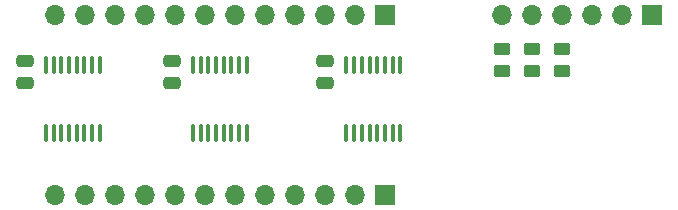
<source format=gbr>
%TF.GenerationSoftware,KiCad,Pcbnew,(6.0.0-0)*%
%TF.CreationDate,2022-07-05T21:18:16-04:00*%
%TF.ProjectId,VGA,5647412e-6b69-4636-9164-5f7063625858,rev?*%
%TF.SameCoordinates,Original*%
%TF.FileFunction,Soldermask,Top*%
%TF.FilePolarity,Negative*%
%FSLAX46Y46*%
G04 Gerber Fmt 4.6, Leading zero omitted, Abs format (unit mm)*
G04 Created by KiCad (PCBNEW (6.0.0-0)) date 2022-07-05 21:18:16*
%MOMM*%
%LPD*%
G01*
G04 APERTURE LIST*
G04 Aperture macros list*
%AMRoundRect*
0 Rectangle with rounded corners*
0 $1 Rounding radius*
0 $2 $3 $4 $5 $6 $7 $8 $9 X,Y pos of 4 corners*
0 Add a 4 corners polygon primitive as box body*
4,1,4,$2,$3,$4,$5,$6,$7,$8,$9,$2,$3,0*
0 Add four circle primitives for the rounded corners*
1,1,$1+$1,$2,$3*
1,1,$1+$1,$4,$5*
1,1,$1+$1,$6,$7*
1,1,$1+$1,$8,$9*
0 Add four rect primitives between the rounded corners*
20,1,$1+$1,$2,$3,$4,$5,0*
20,1,$1+$1,$4,$5,$6,$7,0*
20,1,$1+$1,$6,$7,$8,$9,0*
20,1,$1+$1,$8,$9,$2,$3,0*%
G04 Aperture macros list end*
%ADD10RoundRect,0.250000X-0.475000X0.250000X-0.475000X-0.250000X0.475000X-0.250000X0.475000X0.250000X0*%
%ADD11RoundRect,0.100000X0.100000X-0.637500X0.100000X0.637500X-0.100000X0.637500X-0.100000X-0.637500X0*%
%ADD12RoundRect,0.250000X-0.450000X0.262500X-0.450000X-0.262500X0.450000X-0.262500X0.450000X0.262500X0*%
%ADD13R,1.700000X1.700000*%
%ADD14O,1.700000X1.700000*%
G04 APERTURE END LIST*
D10*
%TO.C,C2*%
X117602000Y-74234000D03*
X117602000Y-76134000D03*
%TD*%
D11*
%TO.C,U1*%
X132399000Y-80332500D03*
X133049000Y-80332500D03*
X133699000Y-80332500D03*
X134349000Y-80332500D03*
X134999000Y-80332500D03*
X135649000Y-80332500D03*
X136299000Y-80332500D03*
X136949000Y-80332500D03*
X136949000Y-74607500D03*
X136299000Y-74607500D03*
X135649000Y-74607500D03*
X134999000Y-74607500D03*
X134349000Y-74607500D03*
X133699000Y-74607500D03*
X133049000Y-74607500D03*
X132399000Y-74607500D03*
%TD*%
D10*
%TO.C,C3*%
X105156000Y-74234000D03*
X105156000Y-76134000D03*
%TD*%
D12*
%TO.C,R3*%
X150622000Y-73255500D03*
X150622000Y-75080500D03*
%TD*%
%TO.C,R1*%
X145542000Y-73255500D03*
X145542000Y-75080500D03*
%TD*%
%TO.C,R2*%
X148082000Y-73255500D03*
X148082000Y-75080500D03*
%TD*%
D10*
%TO.C,C1*%
X130556000Y-74234000D03*
X130556000Y-76134000D03*
%TD*%
D11*
%TO.C,U2*%
X119391000Y-80332500D03*
X120041000Y-80332500D03*
X120691000Y-80332500D03*
X121341000Y-80332500D03*
X121991000Y-80332500D03*
X122641000Y-80332500D03*
X123291000Y-80332500D03*
X123941000Y-80332500D03*
X123941000Y-74607500D03*
X123291000Y-74607500D03*
X122641000Y-74607500D03*
X121991000Y-74607500D03*
X121341000Y-74607500D03*
X120691000Y-74607500D03*
X120041000Y-74607500D03*
X119391000Y-74607500D03*
%TD*%
%TO.C,U3*%
X106945000Y-80332500D03*
X107595000Y-80332500D03*
X108245000Y-80332500D03*
X108895000Y-80332500D03*
X109545000Y-80332500D03*
X110195000Y-80332500D03*
X110845000Y-80332500D03*
X111495000Y-80332500D03*
X111495000Y-74607500D03*
X110845000Y-74607500D03*
X110195000Y-74607500D03*
X109545000Y-74607500D03*
X108895000Y-74607500D03*
X108245000Y-74607500D03*
X107595000Y-74607500D03*
X106945000Y-74607500D03*
%TD*%
D13*
%TO.C,J1*%
X135636000Y-85598000D03*
D14*
X133096000Y-85598000D03*
X130556000Y-85598000D03*
X128016000Y-85598000D03*
X125476000Y-85598000D03*
X122936000Y-85598000D03*
X120396000Y-85598000D03*
X117856000Y-85598000D03*
X115316000Y-85598000D03*
X112776000Y-85598000D03*
X110236000Y-85598000D03*
X107696000Y-85598000D03*
%TD*%
D13*
%TO.C,J2*%
X135636000Y-70358000D03*
D14*
X133096000Y-70358000D03*
X130556000Y-70358000D03*
X128016000Y-70358000D03*
X125476000Y-70358000D03*
X122936000Y-70358000D03*
X120396000Y-70358000D03*
X117856000Y-70358000D03*
X115316000Y-70358000D03*
X112776000Y-70358000D03*
X110236000Y-70358000D03*
X107696000Y-70358000D03*
%TD*%
D13*
%TO.C,J3*%
X158242000Y-70358000D03*
D14*
X155702000Y-70358000D03*
X153162000Y-70358000D03*
X150622000Y-70358000D03*
X148082000Y-70358000D03*
X145542000Y-70358000D03*
%TD*%
M02*

</source>
